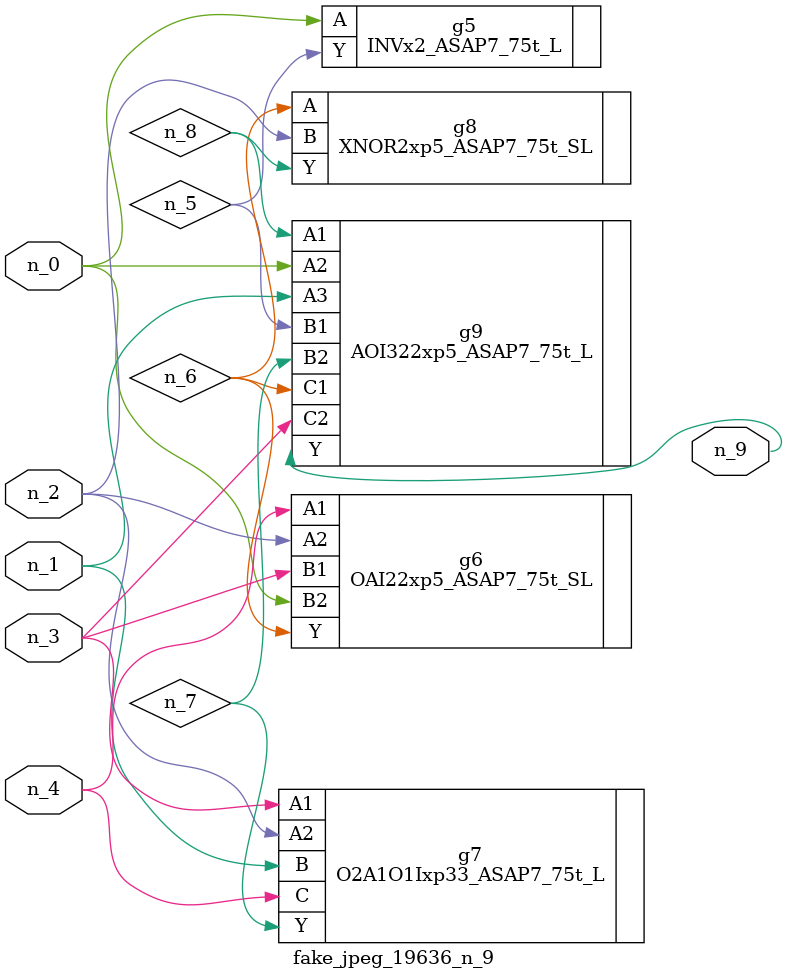
<source format=v>
module fake_jpeg_19636_n_9 (n_3, n_2, n_1, n_0, n_4, n_9);

input n_3;
input n_2;
input n_1;
input n_0;
input n_4;

output n_9;

wire n_8;
wire n_6;
wire n_5;
wire n_7;

INVx2_ASAP7_75t_L g5 ( 
.A(n_0),
.Y(n_5)
);

OAI22xp5_ASAP7_75t_SL g6 ( 
.A1(n_4),
.A2(n_2),
.B1(n_3),
.B2(n_0),
.Y(n_6)
);

O2A1O1Ixp33_ASAP7_75t_L g7 ( 
.A1(n_3),
.A2(n_2),
.B(n_1),
.C(n_4),
.Y(n_7)
);

XNOR2xp5_ASAP7_75t_SL g8 ( 
.A(n_6),
.B(n_2),
.Y(n_8)
);

AOI322xp5_ASAP7_75t_L g9 ( 
.A1(n_8),
.A2(n_0),
.A3(n_1),
.B1(n_5),
.B2(n_7),
.C1(n_6),
.C2(n_3),
.Y(n_9)
);


endmodule
</source>
